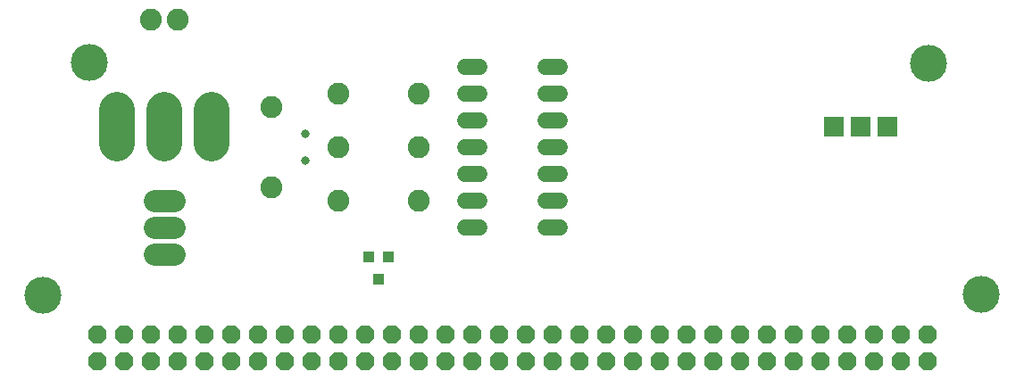
<source format=gts>
G75*
G70*
%OFA0B0*%
%FSLAX24Y24*%
%IPPOS*%
%LPD*%
%AMOC8*
5,1,8,0,0,1.08239X$1,22.5*
%
%ADD10C,0.1182*%
%ADD11C,0.1380*%
%ADD12OC8,0.0680*%
%ADD13C,0.0820*%
%ADD14C,0.1346*%
%ADD15C,0.0820*%
%ADD16C,0.0316*%
%ADD17R,0.0395X0.0434*%
%ADD18R,0.0730X0.0730*%
%ADD19C,0.0600*%
D10*
X003277Y012692D03*
X034617Y012652D03*
D11*
X034617Y012652D03*
X036571Y004017D03*
X003277Y012692D03*
X001537Y003992D03*
D12*
X003571Y001517D03*
X004571Y001517D03*
X005571Y001517D03*
X006571Y001517D03*
X007571Y001517D03*
X008571Y001517D03*
X009571Y001517D03*
X010571Y001517D03*
X011571Y001517D03*
X012571Y001517D03*
X013571Y001517D03*
X014571Y001517D03*
X015571Y001517D03*
X016571Y001517D03*
X017571Y001517D03*
X018571Y001517D03*
X019571Y001517D03*
X020571Y001517D03*
X021571Y001517D03*
X022571Y001517D03*
X023571Y001517D03*
X024571Y001517D03*
X025571Y001517D03*
X026571Y001517D03*
X027571Y001517D03*
X028571Y001517D03*
X029571Y001517D03*
X030571Y001517D03*
X031571Y001517D03*
X032571Y001517D03*
X033571Y001517D03*
X034571Y001517D03*
X034571Y002517D03*
X033571Y002517D03*
X032571Y002517D03*
X031571Y002517D03*
X030571Y002517D03*
X029571Y002517D03*
X028571Y002517D03*
X027571Y002517D03*
X026571Y002517D03*
X025571Y002517D03*
X024571Y002517D03*
X023571Y002517D03*
X022571Y002517D03*
X021571Y002517D03*
X020571Y002517D03*
X019571Y002517D03*
X018571Y002517D03*
X017571Y002517D03*
X016571Y002517D03*
X015571Y002517D03*
X014571Y002517D03*
X013571Y002517D03*
X012571Y002517D03*
X011571Y002517D03*
X010571Y002517D03*
X009571Y002517D03*
X008571Y002517D03*
X007571Y002517D03*
X006571Y002517D03*
X005571Y002517D03*
X004571Y002517D03*
X003571Y002517D03*
D13*
X005701Y005517D02*
X006441Y005517D01*
X006441Y006517D02*
X005701Y006517D01*
X005701Y007517D02*
X006441Y007517D01*
D14*
X006071Y009644D02*
X006071Y010910D01*
X004299Y010910D02*
X004299Y009644D01*
X007842Y009644D02*
X007842Y010910D01*
D15*
X010071Y011017D03*
X012571Y011517D03*
X015571Y011517D03*
X015571Y009517D03*
X012571Y009517D03*
X010071Y008017D03*
X012571Y007517D03*
X015571Y007517D03*
X006571Y014277D03*
X005571Y014277D03*
D16*
X011321Y010017D03*
X011321Y009017D03*
D17*
X013697Y005410D03*
X014445Y005410D03*
X014071Y004584D03*
D18*
X031071Y010277D03*
X032071Y010277D03*
X033071Y010277D03*
D19*
X020831Y010517D02*
X020311Y010517D01*
X020311Y011517D02*
X020831Y011517D01*
X020831Y012517D02*
X020311Y012517D01*
X017831Y012517D02*
X017311Y012517D01*
X017311Y011517D02*
X017831Y011517D01*
X017831Y010517D02*
X017311Y010517D01*
X017311Y009517D02*
X017831Y009517D01*
X017831Y008517D02*
X017311Y008517D01*
X017311Y007517D02*
X017831Y007517D01*
X017831Y006517D02*
X017311Y006517D01*
X020311Y006517D02*
X020831Y006517D01*
X020831Y007517D02*
X020311Y007517D01*
X020311Y008517D02*
X020831Y008517D01*
X020831Y009517D02*
X020311Y009517D01*
M02*

</source>
